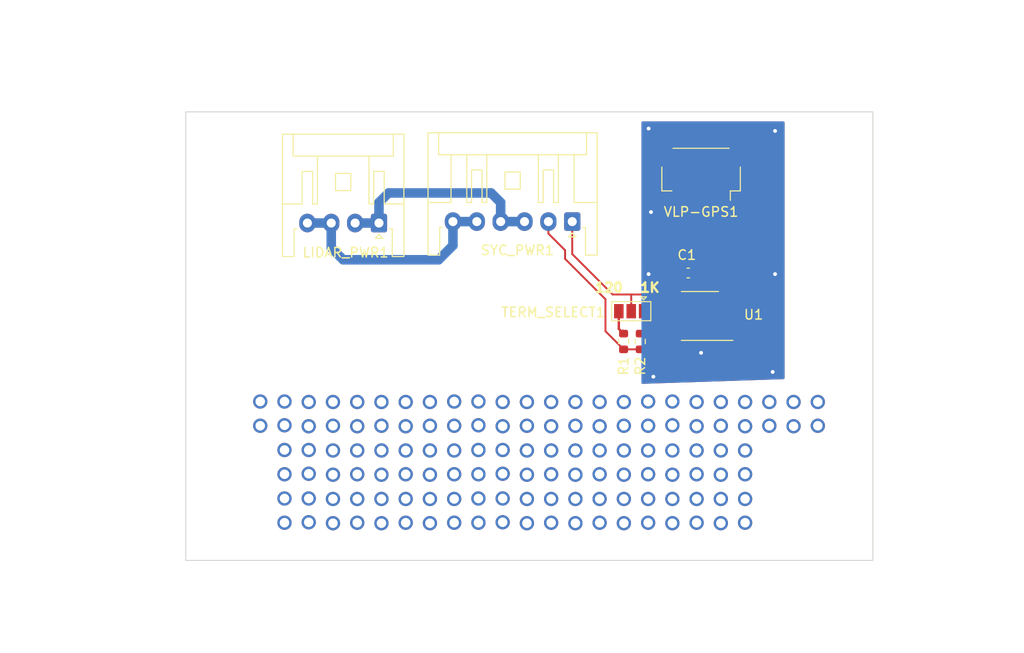
<source format=kicad_pcb>
(kicad_pcb (version 20221018) (generator pcbnew)
  (layers (0 "F.Cu" signal) (31 "B.Cu" signal) (34 "B.Paste" user) (35 "F.Paste" user) (36 "B.SilkS" user "B.Silkscreen") (37 "F.SilkS" user "F.Silkscreen") (38 "B.Mask" user) (39 "F.Mask" user) (44 "Edge.Cuts" user))
  (net 0 "")
  (net 1 "VCC")
  (net 2 "GND1")
  (net 3 "SIGNAL")
  (net 4 "/D+")
  (net 5 "/D-")
  (net 10 "+12V")
  (net 11 "GNDPWR")
  (net 12 "Net-(TERM_SELECT1-B)")
  (net 13 "Net-(TERM_SELECT1-A)")
  (footprint "MountingHole:MountingHole_4.3mm_M4" (layer "F.Cu") (at 235.75 77.5)
    (fp_text reference "REF**" hide)
    (fp_text value "MountingHole_4.3mm_M4")
    (pad "" np_thru_hole circle (at 0 0) (size 4.3 4.3) (drill 4.3) (layers "F&B.Cu" "*.Mask"))
  )
  (footprint "MountingHole:MountingHole_4.3mm_M4" (layer "F.Cu") (at 235.75 118.5)
    (fp_text reference "REF**" hide)
    (fp_text value "MountingHole_4.3mm_M4")
    (pad "" np_thru_hole circle (at 0 0) (size 4.3 4.3) (drill 4.3) (layers "F&B.Cu" "*.Mask"))
  )
  (footprint "Connector_JST:JST_SH_SM06B-SRSS-TB_1x06-1MP_P1.00mm_Horizontal" (layer "F.Cu") (at 220.75 81 180)
    (fp_text reference "VLP-GPS1" (at 0 -3.98) (layer "F.SilkS"))
    (fp_text value "Conn_01x06_Pin")
    (fp_line (start -4.11 -1.785) (end -3.06 -1.785) (stroke (width 0.12)) (layer "F.SilkS"))
    (fp_line (start -4.11 0.715) (end -4.11 -1.785) (stroke (width 0.12)) (layer "F.SilkS"))
    (fp_line (start -3.06 -1.785) (end -3.06 -2.775) (stroke (width 0.12)) (layer "F.SilkS"))
    (fp_line (start -2.94 2.685) (end 2.94 2.685) (stroke (width 0.12)) (layer "F.SilkS"))
    (fp_line (start 4.11 -1.785) (end 3.06 -1.785) (stroke (width 0.12)) (layer "F.SilkS"))
    (fp_line (start 4.11 0.715) (end 4.11 -1.785) (stroke (width 0.12)) (layer "F.SilkS"))
    (pad "1" smd roundrect (at -2.5 -2 180) (size 0.6 1.55) (layers "F.Cu" "F.Paste" "F.Mask") (net 3 "SIGNAL"))
    (pad "2" smd roundrect (at -1.5 -2 180) (size 0.6 1.55) (layers "F.Cu" "F.Paste" "F.Mask") (net 1 "VCC"))
    (pad "3" smd roundrect (at -0.5 -2 180) (size 0.6 1.55) (layers "F.Cu" "F.Paste" "F.Mask") (net 2 "GND1"))
    (pad "4" smd roundrect (at 0.5 -2 180) (size 0.6 1.55) (layers "F.Cu" "F.Paste" "F.Mask"))
    (pad "5" smd roundrect (at 1.5 -2 180) (size 0.6 1.55) (layers "F.Cu" "F.Paste" "F.Mask"))
    (pad "6" smd roundrect (at 2.5 -2 180) (size 0.6 1.55) (layers "F.Cu" "F.Paste" "F.Mask"))
    (pad "MP" smd roundrect (at -3.8 1.875 180) (size 1.2 1.8) (layers "F.Cu" "F.Paste" "F.Mask") (roundrect_rratio 0.208333))
    (pad "MP" smd roundrect (at 3.8 1.875 180) (size 1.2 1.8) (layers "F.Cu" "F.Paste" "F.Mask") (roundrect_rratio 0.208333))
  )
  (footprint "Connector_JST:JST_XA_S04B-XASK-1N-BN_1x04_P2.50mm_Horizontal" (layer "F.Cu") (at 187 86.15 180)
    (fp_text reference "LIDAR_PWR1" (at 3.5 -3.1) (layer "F.SilkS"))
    (fp_text value "Conn_01x04_Male" hide)
    (fp_line (start -2.61 -3.51) (end -2.61 9.31) (stroke (width 0.12)) (layer "F.SilkS"))
    (fp_line (start -2.61 9.31) (end 10.11 9.31) (stroke (width 0.12)) (layer "F.SilkS"))
    (fp_line (start -1.5 7.01) (end 9 7.01) (stroke (width 0.12)) (layer "F.SilkS"))
    (fp_line (start -1.5 9.31) (end -1.5 7.01) (stroke (width 0.12)) (layer "F.SilkS"))
    (fp_line (start -1.39 -3.51) (end -2.61 -3.51) (stroke (width 0.12)) (layer "F.SilkS"))
    (fp_line (start -1.39 -0.61) (end -1.39 -3.51) (stroke (width 0.12)) (layer "F.SilkS"))
    (fp_line (start -1.11 -0.61) (end -1.39 -0.61) (stroke (width 0.12)) (layer "F.SilkS"))
    (fp_line (start -0.55 2) (end -2.61 2) (stroke (width 0.12)) (layer "F.SilkS"))
    (fp_line (start -0.55 5.41) (end -0.55 2) (stroke (width 0.12)) (layer "F.SilkS"))
    (fp_line (start -0.4 -1.6) (end 0.4 -1.6) (stroke (width 0.12)) (layer "F.SilkS"))
    (fp_line (start 0 -1.2) (end -0.4 -1.6) (stroke (width 0.12)) (layer "F.SilkS"))
    (fp_line (start 0.4 -1.6) (end 0 -1.2) (stroke (width 0.12)) (layer "F.SilkS"))
    (fp_line (start 0.55 2) (end 0.55 5.41) (stroke (width 0.12)) (layer "F.SilkS"))
    (fp_line (start 0.55 5.41) (end -0.55 5.41) (stroke (width 0.12)) (layer "F.SilkS"))
    (fp_line (start 1.05 2) (end 0.55 2) (stroke (width 0.12)) (layer "F.SilkS"))
    (fp_line (start 1.05 7.01) (end 1.05 2) (stroke (width 0.12)) (layer "F.SilkS"))
    (fp_line (start 2.95 3.4) (end 4.55 3.4) (stroke (width 0.12)) (layer "F.SilkS"))
    (fp_line (start 2.95 5.2) (end 2.95 3.4) (stroke (width 0.12)) (layer "F.SilkS"))
    (fp_line (start 4.55 3.4) (end 4.55 5.2) (stroke (width 0.12)) (layer "F.SilkS"))
    (fp_line (start 4.55 5.2) (end 2.95 5.2) (stroke (width 0.12)) (layer "F.SilkS"))
    (fp_line (start 6.45 2) (end 6.95 2) (stroke (width 0.12)) (layer "F.SilkS"))
    (fp_line (start 6.45 7.01) (end 6.45 2) (stroke (width 0.12)) (layer "F.SilkS"))
    (fp_line (start 6.95 2) (end 6.95 5.41) (stroke (width 0.12)) (layer "F.SilkS"))
    (fp_line (start 6.95 5.41) (end 8.05 5.41) (stroke (width 0.12)) (layer "F.SilkS"))
    (fp_line (start 8.05 2) (end 10.11 2) (stroke (width 0.12)) (layer "F.SilkS"))
    (fp_line (start 8.05 5.41) (end 8.05 2) (stroke (width 0.12)) (layer "F.SilkS"))
    (fp_line (start 8.89 -3.51) (end 8.89 -0.61) (stroke (width 0.12)) (layer "F.SilkS"))
    (fp_line (start 8.89 -0.61) (end 8.61 -0.61) (stroke (width 0.12)) (layer "F.SilkS"))
    (fp_line (start 9 7.01) (end 9 9.31) (stroke (width 0.12)) (layer "F.SilkS"))
    (fp_line (start 10.11 -3.51) (end 8.89 -3.51) (stroke (width 0.12)) (layer "F.SilkS"))
    (fp_line (start 10.11 9.31) (end 10.11 -3.51) (stroke (width 0.12)) (layer "F.SilkS"))
    (pad "1" thru_hole roundrect (at 0 0 180) (size 1.7 1.95) (drill 0.95) (layers "*.Cu" "*.Mask") (roundrect_rratio 0.147059) (net 11 "GNDPWR"))
    (pad "2" thru_hole oval (at 2.5 0 180) (size 1.7 1.95) (drill 0.95) (layers "*.Cu" "*.Mask") (net 11 "GNDPWR"))
    (pad "3" thru_hole oval (at 5 0 180) (size 1.7 1.95) (drill 0.95) (layers "*.Cu" "*.Mask") (net 10 "+12V"))
    (pad "4" thru_hole oval (at 7.5 0 180) (size 1.7 1.95) (drill 0.95) (layers "*.Cu" "*.Mask") (net 10 "+12V"))
  )
  (footprint "Jumper:SolderJumper-3_P1.3mm_Open_Pad1.0x1.5mm" (layer "F.Cu") (at 213.43 95.385 180)
    (fp_text reference "TERM_SELECT1" (at 8.18 -0.115 180) (layer "F.SilkS"))
    (fp_text value "SolderJumper_3_Open" hide)
    (fp_line (start -2.05 -1) (end 2.05 -1) (stroke (width 0.12)) (layer "F.SilkS"))
    (fp_line (start -2.05 1) (end -2.05 -1) (stroke (width 0.12)) (layer "F.SilkS"))
    (fp_line (start -1.6 1.5) (end -1 1.5) (stroke (width 0.12)) (layer "F.SilkS"))
    (fp_line (start -1.3 1.2) (end -1.6 1.5) (stroke (width 0.12)) (layer "F.SilkS"))
    (fp_line (start -1.3 1.2) (end -1 1.5) (stroke (width 0.12)) (layer "F.SilkS"))
    (fp_line (start 2.05 -1) (end 2.05 1) (stroke (width 0.12)) (layer "F.SilkS"))
    (fp_line (start 2.05 1) (end -2.05 1) (stroke (width 0.12)) (layer "F.SilkS"))
    (pad "1" smd rect (at -1.3 0 180) (size 1 1.5) (layers "F.Cu" "F.Mask") (net 13 "Net-(TERM_SELECT1-A)"))
    (pad "2" smd rect (at 0 0 180) (size 1 1.5) (layers "F.Cu" "F.Mask") (net 4 "/D+"))
    (pad "3" smd rect (at 1.3 0 180) (size 1 1.5) (layers "F.Cu" "F.Mask") (net 12 "Net-(TERM_SELECT1-B)"))
  )
  (footprint "Resistor_SMD:R_0603_1608Metric" (layer "F.Cu") (at 212.63 98.56 90)
    (fp_text reference "R1" (at -2.575 0 90) (layer "F.SilkS"))
    (fp_text value "120")
    (fp_line (start -0.237258 -0.5225) (end 0.237258 -0.5225) (stroke (width 0.12)) (layer "F.SilkS"))
    (fp_line (start -0.237258 0.5225) (end 0.237258 0.5225) (stroke (width 0.12)) (layer "F.SilkS"))
    (pad "1" smd roundrect (at -0.825 0 90) (size 0.8 0.95) (layers "F.Cu" "F.Paste" "F.Mask") (net 5 "/D-"))
    (pad "2" smd roundrect (at 0.825 0 90) (size 0.8 0.95) (layers "F.Cu" "F.Paste" "F.Mask") (net 12 "Net-(TERM_SELECT1-B)"))
  )
  (footprint "Resistor_SMD:R_0603_1608Metric" (layer "F.Cu") (at 214.38 98.56 90)
    (fp_text reference "R2" (at -2.575 0 90) (layer "F.SilkS"))
    (fp_text value "1K")
    (fp_line (start -0.237258 -0.5225) (end 0.237258 -0.5225) (stroke (width 0.12)) (layer "F.SilkS"))
    (fp_line (start -0.237258 0.5225) (end 0.237258 0.5225) (stroke (width 0.12)) (layer "F.SilkS"))
    (pad "1" smd roundrect (at -0.825 0 90) (size 0.8 0.95) (layers "F.Cu" "F.Paste" "F.Mask") (net 5 "/D-"))
    (pad "2" smd roundrect (at 0.825 0 90) (size 0.8 0.95) (layers "F.Cu" "F.Paste" "F.Mask") (net 13 "Net-(TERM_SELECT1-A)"))
  )
  (footprint "Package_SO:SO-8_3.9x4.9mm_P1.27mm" (layer "F.Cu") (at 220.63 95.885 180)
    (fp_text reference "U1" (at -5.62 0.135) (layer "F.SilkS"))
    (fp_text value "LTC1485")
    (fp_line (start 0 -2.56) (end -3.45 -2.56) (stroke (width 0.12)) (layer "F.SilkS"))
    (fp_line (start 0 -2.56) (end 1.95 -2.56) (stroke (width 0.12)) (layer "F.SilkS"))
    (fp_line (start 0 2.56) (end -1.95 2.56) (stroke (width 0.12)) (layer "F.SilkS"))
    (fp_line (start 0 2.56) (end 1.95 2.56) (stroke (width 0.12)) (layer "F.SilkS"))
    (pad "1" smd roundrect (at -2.575 -1.905 180) (size 1.75 0.6) (layers "F.Cu" "F.Paste" "F.Mask"))
    (pad "2" smd roundrect (at -2.575 -0.635 180) (size 1.75 0.6) (layers "F.Cu" "F.Paste" "F.Mask") (net 1 "VCC"))
    (pad "3" smd roundrect (at -2.575 0.635 180) (size 1.75 0.6) (layers "F.Cu" "F.Paste" "F.Mask") (net 1 "VCC"))
    (pad "4" smd roundrect (at -2.575 1.905 180) (size 1.75 0.6) (layers "F.Cu" "F.Paste" "F.Mask") (net 3 "SIGNAL"))
    (pad "5" smd roundrect (at 2.575 1.905 180) (size 1.75 0.6) (layers "F.Cu" "F.Paste" "F.Mask") (net 2 "GND1"))
    (pad "6" smd roundrect (at 2.575 0.635 180) (size 1.75 0.6) (layers "F.Cu" "F.Paste" "F.Mask") (net 4 "/D+"))
    (pad "7" smd roundrect (at 2.575 -0.635 180) (size 1.75 0.6) (layers "F.Cu" "F.Paste" "F.Mask") (net 5 "/D-"))
    (pad "8" smd roundrect (at 2.575 -1.905 180) (size 1.75 0.6) (layers "F.Cu" "F.Paste" "F.Mask") (net 1 "VCC"))
  )
  (footprint "Capacitor_SMD:C_0603_1608Metric" (layer "F.Cu") (at 219.405 91.385 180)
    (fp_text reference "C1" (at 0.155 1.885 180) (layer "F.SilkS"))
    (fp_text value "0.1u")
    (fp_line (start -0.14058 -0.51) (end 0.14058 -0.51) (stroke (width 0.12)) (layer "F.SilkS"))
    (fp_line (start -0.14058 0.51) (end 0.14058 0.51) (stroke (width 0.12)) (layer "F.SilkS"))
    (pad "1" smd roundrect (at -0.775 0 180) (size 0.9 0.95) (layers "F.Cu" "F.Paste" "F.Mask") (net 1 "VCC"))
    (pad "2" smd roundrect (at 0.775 0 180) (size 0.9 0.95) (layers "F.Cu" "F.Paste" "F.Mask") (net 2 "GND1"))
  )
  (footprint "Connector_JST:JST_XA_S06B-XASK-1N-BN_1x06_P2.50mm_Horizontal" (layer "F.Cu") (at 207.25 86 180)
    (fp_text reference "SYC_PWR1" (at 5.75 -3) (layer "F.SilkS"))
    (fp_text value "Conn_01x06_Pin" hide)
    (fp_line (start -2.61 -3.51) (end -2.61 9.31) (stroke (width 0.12)) (layer "F.SilkS"))
    (fp_line (start -2.61 9.31) (end 15.11 9.31) (stroke (width 0.12)) (layer "F.SilkS"))
    (fp_line (start -1.5 7.01) (end 14 7.01) (stroke (width 0.12)) (layer "F.SilkS"))
    (fp_line (start -1.5 9.31) (end -1.5 7.01) (stroke (width 0.12)) (layer "F.SilkS"))
    (fp_line (start -1.39 -3.51) (end -2.61 -3.51) (stroke (width 0.12)) (layer "F.SilkS"))
    (fp_line (start -1.39 -0.61) (end -1.39 -3.51) (stroke (width 0.12)) (layer "F.SilkS"))
    (fp_line (start -1.11 -0.61) (end -1.39 -0.61) (stroke (width 0.12)) (layer "F.SilkS"))
    (fp_line (start -0.4 -1.6) (end 0.4 -1.6) (stroke (width 0.12)) (layer "F.SilkS"))
    (fp_line (start -0.2 2) (end -2.61 2) (stroke (width 0.12)) (layer "F.SilkS"))
    (fp_line (start -0.2 7.01) (end -0.2 2) (stroke (width 0.12)) (layer "F.SilkS"))
    (fp_line (start 0 -1.2) (end -0.4 -1.6) (stroke (width 0.12)) (layer "F.SilkS"))
    (fp_line (start 0.4 -1.6) (end 0 -1.2) (stroke (width 0.12)) (layer "F.SilkS"))
    (fp_line (start 1.45 2) (end 1.45 7.01) (stroke (width 0.12)) (layer "F.SilkS"))
    (fp_line (start 1.95 2) (end 1.45 2) (stroke (width 0.12)) (layer "F.SilkS"))
    (fp_line (start 1.95 5.41) (end 1.95 2) (stroke (width 0.12)) (layer "F.SilkS"))
    (fp_line (start 3.05 2) (end 3.05 5.41) (stroke (width 0.12)) (layer "F.SilkS"))
    (fp_line (start 3.05 5.41) (end 1.95 5.41) (stroke (width 0.12)) (layer "F.SilkS"))
    (fp_line (start 3.55 2) (end 3.05 2) (stroke (width 0.12)) (layer "F.SilkS"))
    (fp_line (start 3.55 7.01) (end 3.55 2) (stroke (width 0.12)) (layer "F.SilkS"))
    (fp_line (start 5.45 3.4) (end 7.05 3.4) (stroke (width 0.12)) (layer "F.SilkS"))
    (fp_line (start 5.45 5.2) (end 5.45 3.4) (stroke (width 0.12)) (layer "F.SilkS"))
    (fp_line (start 7.05 3.4) (end 7.05 5.2) (stroke (width 0.12)) (layer "F.SilkS"))
    (fp_line (start 7.05 5.2) (end 5.45 5.2) (stroke (width 0.12)) (layer "F.SilkS"))
    (fp_line (start 8.95 2) (end 9.45 2) (stroke (width 0.12)) (layer "F.SilkS"))
    (fp_line (start 8.95 7.01) (end 8.95 2) (stroke (width 0.12)) (layer "F.SilkS"))
    (fp_line (start 9.45 2) (end 9.45 5.41) (stroke (width 0.12)) (layer "F.SilkS"))
    (fp_line (start 9.45 5.41) (end 10.55 5.41) (stroke (width 0.12)) (layer "F.SilkS"))
    (fp_line (start 10.55 2) (end 11.05 2) (stroke (width 0.12)) (layer "F.SilkS"))
    (fp_line (start 10.55 5.41) (end 10.55 2) (stroke (width 0.12)) (layer "F.SilkS"))
    (fp_line (start 11.05 2) (end 11.05 7.01) (stroke (width 0.12)) (layer "F.SilkS"))
    (fp_line (start 12.7 2) (end 15.11 2) (stroke (width 0.12)) (layer "F.SilkS"))
    (fp_line (start 12.7 7.01) (end 12.7 2) (stroke (width 0.12)) (layer "F.SilkS"))
    (fp_line (start 13.89 -3.51) (end 13.89 -0.61) (stroke (width 0.12)) (layer "F.SilkS"))
    (fp_line (start 13.89 -0.61) (end 13.61 -0.61) (stroke (width 0.12)) (layer "F.SilkS"))
    (fp_line (start 14 7.01) (end 14 9.31) (stroke (width 0.12)) (layer "F.SilkS"))
    (fp_line (start 15.11 -3.51) (end 13.89 -3.51) (stroke (width 0.12)) (layer "F.SilkS"))
    (fp_line (start 15.11 9.31) (end 15.11 -3.51) (stroke (width 0.12)) (layer "F.SilkS"))
    (pad "1" thru_hole roundrect (at 0 0 180) (size 1.7 1.95) (drill 0.95) (layers "*.Cu" "*.Mask") (roundrect_rratio 0.147059) (net 4 "/D+"))
    (pad "2" thru_hole oval (at 2.5 0 180) (size 1.7 1.95) (drill 0.95) (layers "*.Cu" "*.Mask") (net 5 "/D-"))
    (pad "3" thru_hole oval (at 5 0 180) (size 1.7 1.95) (drill 0.95) (layers "*.Cu" "*.Mask") (net 11 "GNDPWR"))
    (pad "4" thru_hole oval (at 7.5 0 180) (size 1.7 1.95) (drill 0.95) (layers "*.Cu" "*.Mask") (net 11 "GNDPWR"))
    (pad "5" thru_hole oval (at 10 0 180) (size 1.7 1.95) (drill 0.95) (layers "*.Cu" "*.Mask") (net 10 "+12V"))
    (pad "6" thru_hole oval (at 12.5 0 180) (size 1.7 1.95) (drill 0.95) (layers "*.Cu" "*.Mask") (net 10 "+12V"))
  )
  (footprint "MountingHole:MountingHole_4.3mm_M4" (layer "F.Cu") (at 169.75 77.5)
    (fp_text reference "REF**" hide)
    (fp_text value "MountingHole_4.3mm_M4")
    (pad "" np_thru_hole circle (at 0 0) (size 4.3 4.3) (drill 4.3) (layers "F&B.Cu" "*.Mask"))
  )
  (footprint "MountingHole:MountingHole_4.3mm_M4" (layer "F.Cu") (at 169.75 118.5)
    (fp_text reference "REF**" hide)
    (fp_text value "MountingHole_4.3mm_M4")
    (pad "" np_thru_hole circle (at 0 0) (size 4.3 4.3) (drill 4.3) (layers "F&B.Cu" "*.Mask"))
  )
  (gr_rect (start 166.75 74.5) (end 238.75 121.5) (stroke (width 0.1)) (fill none) (layer "Edge.Cuts"))
  (gr_text "1K" (at 214.25 93.5) (layer "F.SilkS") (effects (font (size 1 1) (thickness 0.25) bold) (justify left bottom)))
  (gr_text "120" (at 209.5 93.5) (layer "F.SilkS") (effects (font (size 1 1) (thickness 0.25) bold) (justify left bottom)))
  (via (at 194.88 115.06) (size 1.5) (drill 1) (layers "F.Cu" "B.Cu") (net 0))
  (via (at 179.64 112.42) (size 1.5) (drill 1) (layers "F.Cu" "B.Cu") (net 0))
  (via (at 194.88 117.55) (size 1.5) (drill 1) (layers "F.Cu" "B.Cu") (net 0))
  (via (at 202.5 109.98) (size 1.5) (drill 1) (layers "F.Cu" "B.Cu") (net 0))
  (via (at 182.18 117.6) (size 1.5) (drill 1) (layers "F.Cu" "B.Cu") (net 0))
  (via (at 205.04 112.47) (size 1.5) (drill 1) (layers "F.Cu" "B.Cu") (net 0))
  (via (at 197.42 104.85) (size 1.5) (drill 1) (layers "F.Cu" "B.Cu") (net 0))
  (via (at 189.8 107.44) (size 1.5) (drill 1) (layers "F.Cu" "B.Cu") (net 0))
  (via (at 189.8 117.55) (size 1.5) (drill 1) (layers "F.Cu" "B.Cu") (net 0))
  (via (at 215.2 112.47) (size 1.5) (drill 1) (layers "F.Cu" "B.Cu") (net 0))
  (via (at 212.66 115.06) (size 1.5) (drill 1) (layers "F.Cu" "B.Cu") (net 0))
  (via (at 199.96 112.42) (size 1.5) (drill 1) (layers "F.Cu" "B.Cu") (net 0))
  (via (at 232.98 107.39) (size 1.5) (drill 1) (layers "F.Cu" "B.Cu") (net 0))
  (via (at 205.04 117.55) (size 1.5) (drill 1) (layers "F.Cu" "B.Cu") (net 0))
  (via (at 222.82 112.52) (size 1.5) (drill 1) (layers "F.Cu" "B.Cu") (net 0))
  (via (at 189.8 112.47) (size 1.5) (drill 1) (layers "F.Cu" "B.Cu") (net 0))
  (via (at 220.28 112.47) (size 1.5) (drill 1) (layers "F.Cu" "B.Cu") (net 0))
  (via (at 225.36 104.9) (size 1.5) (drill 1) (layers "F.Cu" "B.Cu") (net 0))
  (via (at 179.64 115.01) (size 1.5) (drill 1) (layers "F.Cu" "B.Cu") (net 0))
  (via (at 212.66 117.6) (size 1.5) (drill 1) (layers "F.Cu" "B.Cu") (net 0))
  (via (at 222.82 107.39) (size 1.5) (drill 1) (layers "F.Cu" "B.Cu") (net 0))
  (via (at 189.8 109.98) (size 1.5) (drill 1) (layers "F.Cu" "B.Cu") (net 0))
  (via (at 182.18 112.52) (size 1.5) (drill 1) (layers "F.Cu" "B.Cu") (net 0))
  (via (at 187.26 107.39) (size 1.5) (drill 1) (layers "F.Cu" "B.Cu") (net 0))
  (via (at 205.04 115.06) (size 1.5) (drill 1) (layers "F.Cu" "B.Cu") (net 0))
  (via (at 222.82 109.98) (size 1.5) (drill 1) (layers "F.Cu" "B.Cu") (net 0))
  (via (at 207.58 104.9) (size 1.5) (drill 1) (layers "F.Cu" "B.Cu") (net 0))
  (via (at 220.28 115.06) (size 1.5) (drill 1) (layers "F.Cu" "B.Cu") (net 0))
  (via (at 187.26 115.06) (size 1.5) (drill 1) (layers "F.Cu" "B.Cu") (net 0))
  (via (at 194.88 109.98) (size 1.5) (drill 1) (layers "F.Cu" "B.Cu") (net 0))
  (via (at 225.36 112.47) (size 1.5) (drill 1) (layers "F.Cu" "B.Cu") (net 0))
  (via (at 210.12 117.55) (size 1.5) (drill 1) (layers "F.Cu" "B.Cu") (net 0))
  (via (at 202.5 117.6) (size 1.5) (drill 1) (layers "F.Cu" "B.Cu") (net 0))
  (via (at 215.2 107.39) (size 1.5) (drill 1) (layers "F.Cu" "B.Cu") (net 0))
  (via (at 197.42 109.93) (size 1.5) (drill 1) (layers "F.Cu" "B.Cu") (net 0))
  (via (at 177.1 112.47) (size 1.5) (drill 1) (layers "F.Cu" "B.Cu") (net 0))
  (via (at 174.56 107.39) (size 1.5) (drill 1) (layers "F.Cu" "B.Cu") (net 0))
  (via (at 202.5 107.39) (size 1.5) (drill 1) (layers "F.Cu" "B.Cu") (net 0))
  (via (at 184.72 115.06) (size 1.5) (drill 1) (layers "F.Cu" "B.Cu") (net 0))
  (via (at 232.98 104.9) (size 1.5) (drill 1) (layers "F.Cu" "B.Cu") (net 0))
  (via (at 205.04 109.98) (size 1.5) (drill 1) (layers "F.Cu" "B.Cu") (net 0))
  (via (at 202.5 104.9) (size 1.5) (drill 1) (layers "F.Cu" "B.Cu") (net 0))
  (via (at 220.28 109.98) (size 1.5) (drill 1) (layers "F.Cu" "B.Cu") (net 0))
  (via (at 184.72 117.55) (size 1.5) (drill 1) (layers "F.Cu" "B.Cu") (net 0))
  (via (at 215.2 109.98) (size 1.5) (drill 1) (layers "F.Cu" "B.Cu") (net 0))
  (via (at 177.1 107.34) (size 1.5) (drill 1) (layers "F.Cu" "B.Cu") (net 0))
  (via (at 177.1 115.01) (size 1.5) (drill 1) (layers "F.Cu" "B.Cu") (net 0))
  (via (at 207.58 115.06) (size 1.5) (drill 1) (layers "F.Cu" "B.Cu") (net 0))
  (via (at 192.34 107.39) (size 1.5) (drill 1) (layers "F.Cu" "B.Cu") (net 0))
  (via (at 197.42 115.01) (size 1.5) (drill 1) (layers "F.Cu" "B.Cu") (net 0))
  (via (at 225.36 117.55) (size 1.5) (drill 1) (layers "F.Cu" "B.Cu") (net 0))
  (via (at 215.2 115.06) (size 1.5) (drill 1) (layers "F.Cu" "B.Cu") (net 0))
  (via (at 225.36 115.06) (size 1.5) (drill 1) (layers "F.Cu" "B.Cu") (net 0))
  (via (at 212.66 109.98) (size 1.5) (drill 1) (layers "F.Cu" "B.Cu") (net 0))
  (via (at 215.2 104.85) (size 1.5) (drill 1) (layers "F.Cu" "B.Cu") (net 0))
  (via (at 182.18 115.06) (size 1.5) (drill 1) (layers "F.Cu" "B.Cu") (net 0))
  (via (at 192.34 109.98) (size 1.5) (drill 1) (layers "F.Cu" "B.Cu") (net 0))
  (via (at 177.1 117.55) (size 1.5) (drill 1) (layers "F.Cu" "B.Cu") (net 0))
  (via (at 202.5 112.52) (size 1.5) (drill 1) (layers "F.Cu" "B.Cu") (net 0))
  (via (at 179.64 117.5) (size 1.5) (drill 1) (layers "F.Cu" "B.Cu") (net 0))
  (via (at 182.18 107.39) (size 1.5) (drill 1) (layers "F.Cu" "B.Cu") (net 0))
  (via (at 184.72 112.47) (size 1.5) (drill 1) (layers "F.Cu" "B.Cu") (net 0))
  (via (at 179.64 104.9) (size 1.5) (drill 1) (layers "F.Cu" "B.Cu") (net 0))
  (via (at 192.34 117.6) (size 1.5) (drill 1) (layers "F.Cu" "B.Cu") (net 0))
  (via (at 210.12 107.44) (size 1.5) (drill 1) (layers "F.Cu" "B.Cu") (net 0))
  (via (at 230.44 104.9) (size 1.5) (drill 1) (layers "F.Cu" "B.Cu") (net 0))
  (via (at 227.9 104.9) (size 1.5) (drill 1) (layers "F.Cu" "B.Cu") (net 0))
  (via (at 194.88 104.85) (size 1.5) (drill 1) (layers "F.Cu" "B.Cu") (net 0))
  (via (at 194.88 112.47) (size 1.5) (drill 1) (layers "F.Cu" "B.Cu") (net 0))
  (via (at 179.64 109.93) (size 1.5) (drill 1) (layers "F.Cu" "B.Cu") (net 0))
  (via (at 189.8 104.9) (size 1.5) (drill 1) (layers "F.Cu" "B.Cu") (net 0))
  (via (at 230.44 107.44) (size 1.5) (drill 1) (layers "F.Cu" "B.Cu") (net 0))
  (via (at 207.58 112.52) (size 1.5) (drill 1) (layers "F.Cu" "B.Cu") (net 0))
  (via (at 179.64 107.44) (size 1.5) (drill 1) (layers "F.Cu" "B.Cu") (net 0))
  (via (at 210.12 112.47) (size 1.5) (drill 1) (layers "F.Cu" "B.Cu") (net 0))
  (via (at 220.28 117.55) (size 1.5) (drill 1) (layers "F.Cu" "B.Cu") (net 0))
  (via (at 222.82 104.9) (size 1.5) (drill 1) (layers "F.Cu" "B.Cu") (net 0))
  (via (at 184.72 107.44) (size 1.5) (drill 1) (layers "F.Cu" "B.Cu") (net 0))
  (via (at 199.96 115.01) (size 1.5) (drill 1) (layers "F.Cu" "B.Cu") (net 0))
  (via (at 207.58 109.98) (size 1.5) (drill 1) (layers "F.Cu" "B.Cu") (net 0))
  (via (at 217.74 115.06) (size 1.5) (drill 1) (layers "F.Cu" "B.Cu") (net 0))
  (via (at 225.36 107.44) (size 1.5) (drill 1) (layers "F.Cu" "B.Cu") (net 0))
  (via (at 207.58 117.6) (size 1.5) (drill 1) (layers "F.Cu" "B.Cu") (net 0))
  (via (at 184.72 109.98) (size 1.5) (drill 1) (layers "F.Cu" "B.Cu") (net 0))
  (via (at 192.34 104.9) (size 1.5) (drill 1) (layers "F.Cu" "B.Cu") (net 0))
  (via (at 187.26 112.52) (size 1.5) (drill 1) (layers "F.Cu" "B.Cu") (net 0))
  (via (at 212.66 104.9) (size 1.5) (drill 1) (layers "F.Cu" "B.Cu") (net 0))
  (via (at 222.82 117.6) (size 1.5) (drill 1) (layers "F.Cu" "B.Cu") (net 0))
  (via (at 217.74 107.34) (size 1.5) (drill 1) (layers "F.Cu" "B.Cu") (net 0))
  (via (at 210.12 104.9) (size 1.5) (drill 1) (layers "F.Cu" "B.Cu") (net 0))
  (via (at 222.82 115.06) (size 1.5) (drill 1) (layers "F.Cu" "B.Cu") (net 0))
  (via (at 227.9 107.39) (size 1.5) (drill 1) (layers "F.Cu" "B.Cu") (net 0))
  (via (at 199.96 104.9) (size 1.5) (drill 1) (layers "F.Cu" "B.Cu") (net 0))
  (via (at 217.74 117.6) (size 1.5) (drill 1) (layers "F.Cu" "B.Cu") (net 0))
  (via (at 212.66 112.52) (size 1.5) (drill 1) (layers "F.Cu" "B.Cu") (net 0))
  (via (at 217.74 104.85) (size 1.5) (drill 1) (layers "F.Cu" "B.Cu") (net 0))
  (via (at 207.58 107.39) (size 1.5) (drill 1) (layers "F.Cu" "B.Cu") (net 0))
  (via (at 220.28 107.44) (size 1.5) (drill 1) (layers "F.Cu" "B.Cu") (net 0))
  (via (at 194.88 107.39) (size 1.5) (drill 1) (layers "F.Cu" "B.Cu") (net 0))
  (via (at 215.2 117.55) (size 1.5) (drill 1) (layers "F.Cu" "B.Cu") (net 0))
  (via (at 197.42 112.47) (size 1.5) (drill 1) (layers "F.Cu" "B.Cu") (net 0))
  (via (at 197.42 107.34) (size 1.5) (drill 1) (layers "F.Cu" "B.Cu") (net 0))
  (via (at 199.96 107.44) (size 1.5) (drill 1) (layers "F.Cu" "B.Cu") (net 0))
  (via (at 217.74 109.98) (size 1.5) (drill 1) (layers "F.Cu" "B.Cu") (net 0))
  (via (at 199.96 109.93) (size 1.5) (drill 1) (layers "F.Cu" "B.Cu") (net 0))
  (via (at 225.36 109.98) (size 1.5) (drill 1) (layers "F.Cu" "B.Cu") (net 0))
  (via (at 177.1 109.93) (size 1.5) (drill 1) (layers "F.Cu" "B.Cu") (net 0))
  (via (at 182.18 109.98) (size 1.5) (drill 1) (layers "F.Cu" "B.Cu") (net 0))
  (via (at 210.12 109.98) (size 1.5) (drill 1) (layers "F.Cu" "B.Cu") (net 0))
  (via (at 177.1 104.85) (size 1.5) (drill 1) (layers "F.Cu" "B.Cu") (net 0))
  (via (at 174.56 104.85) (size 1.5) (drill 1) (layers "F.Cu" "B.Cu") (net 0))
  (via (at 187.26 109.98) (size 1.5) (drill 1) (layers "F.Cu" "B.Cu") (net 0))
  (via (at 199.96 117.5) (size 1.5) (drill 1) (layers "F.Cu" "B.Cu") (net 0))
  (via (at 189.8 115.06) (size 1.5) (drill 1) (layers "F.Cu" "B.Cu") (net 0))
  (via (at 220.28 104.9) (size 1.5) (drill 1) (layers "F.Cu" "B.Cu") (net 0))
  (via (at 210.12 115.06) (size 1.5) (drill 1) (layers "F.Cu" "B.Cu") (net 0))
  (via (at 212.66 107.39) (size 1.5) (drill 1) (layers "F.Cu" "B.Cu") (net 0))
  (via (at 192.34 115.06) (size 1.5) (drill 1) (layers "F.Cu" "B.Cu") (net 0))
  (via (at 187.26 104.9) (size 1.5) (drill 1) (layers "F.Cu" "B.Cu") (net 0))
  (via (at 192.34 112.52) (size 1.5) (drill 1) (layers "F.Cu" "B.Cu") (net 0))
  (via (at 205.04 107.44) (size 1.5) (drill 1) (layers "F.Cu" "B.Cu") (net 0))
  (via (at 187.26 117.6) (size 1.5) (drill 1) (layers "F.Cu" "B.Cu") (net 0))
  (via (at 205.04 104.9) (size 1.5) (drill 1) (layers "F.Cu" "B.Cu") (net 0))
  (via (at 184.72 104.9) (size 1.5) (drill 1) (layers "F.Cu" "B.Cu") (net 0))
  (via (at 197.42 117.55) (size 1.5) (drill 1) (layers "F.Cu" "B.Cu") (net 0))
  (via (at 202.5 115.06) (size 1.5) (drill 1) (layers "F.Cu" "B.Cu") (net 0))
  (via (at 217.74 112.52) (size 1.5) (drill 1) (layers "F.Cu" "B.Cu") (net 0))
  (via (at 182.18 104.9) (size 1.5) (drill 1) (layers "F.Cu" "B.Cu") (net 0))
  (segment (start 220.18 91.385) (end 219.5 92.065) (width 0.25) (layer "F.Cu") (net 1))
  (segment (start 222.25 88.25) (end 222.25 83) (width 0.25) (layer "F.Cu") (net 1))
  (segment (start 218.71 97.79) (end 218.055 97.79) (width 0.25) (layer "F.Cu") (net 1))
  (segment (start 223.205 96.52) (end 219.52 96.52) (width 0.25) (layer "F.Cu") (net 1))
  (segment (start 220.18 91.385) (end 220.18 90.32) (width 0.25) (layer "F.Cu") (net 1))
  (segment (start 219.5 92.065) (end 219.5 95.25) (width 0.25) (layer "F.Cu") (net 1))
  (segment (start 219.5 96.5) (end 219.5 97) (width 0.25) (layer "F.Cu") (net 1))
  (segment (start 223.205 95.25) (end 219.5 95.25) (width 0.25) (layer "F.Cu") (net 1))
  (segment (start 219.5 95.25) (end 219.5 96.5) (width 0.25) (layer "F.Cu") (net 1))
  (segment (start 219.52 96.52) (end 219.5 96.5) (width 0.25) (layer "F.Cu") (net 1))
  (segment (start 220.18 90.32) (end 222.25 88.25) (width 0.25) (layer "F.Cu") (net 1))
  (segment (start 219.5 97) (end 218.71 97.79) (width 0.25) (layer "F.Cu") (net 1))
  (segment (start 218.63 90.37) (end 218.63 91.385) (width 0.25) (layer "F.Cu") (net 2))
  (segment (start 218.055 91.96) (end 218.63 91.385) (width 0.25) (layer "F.Cu") (net 2))
  (segment (start 221.25 83) (end 221.25 87.75) (width 0.25) (layer "F.Cu") (net 2))
  (segment (start 221.25 87.75) (end 218.63 90.37) (width 0.25) (layer "F.Cu") (net 2))
  (segment (start 218.055 93.98) (end 218.055 91.96) (width 0.25) (layer "F.Cu") (net 2))
  (via (at 228.5 76.5) (size 0.8) (drill 0.4) (layers "F.Cu" "B.Cu") (net 2))
  (via (at 220.75 99.75) (size 0.8) (drill 0.4) (layers "F.Cu" "B.Cu") (net 2))
  (via (at 228.25 101.75) (size 0.8) (drill 0.4) (layers "F.Cu" "B.Cu") (net 2))
  (via (at 215.75 102.25) (size 0.8) (drill 0.4) (layers "F.Cu" "B.Cu") (net 2))
  (via (at 215.5 85) (size 0.8) (drill 0.4) (layers "F.Cu" "B.Cu") (net 2))
  (via (at 215.25 91.5) (size 0.8) (drill 0.4) (layers "F.Cu" "B.Cu") (net 2))
  (via (at 215.25 76.25) (size 0.8) (drill 0.4) (layers "F.Cu" "B.Cu") (net 2))
  (via (at 228.5 91.5) (size 0.8) (drill 0.4) (layers "F.Cu" "B.Cu") (net 2))
  (segment (start 223.25 83) (end 223.25 92.115) (width 0.25) (layer "F.Cu") (net 3))
  (segment (start 223.25 92.115) (end 223.205 92.16) (width 0.25) (layer "F.Cu") (net 3))
  (segment (start 223.205 92.16) (end 223.205 93.98) (width 0.25) (layer "F.Cu") (net 3))
  (segment (start 215.73 93.635) (end 213.43 93.635) (width 0.2) (layer "F.Cu") (net 4))
  (segment (start 207.25 86) (end 207.25 89.405) (width 0.2) (layer "F.Cu") (net 4))
  (segment (start 216.845 95.25) (end 216.23 94.635) (width 0.2) (layer "F.Cu") (net 4))
  (segment (start 207.25 86) (end 207.5 86.25) (width 0.2) (layer "F.Cu") (net 4))
  (segment (start 218.055 95.25) (end 216.845 95.25) (width 0.2) (layer "F.Cu") (net 4))
  (segment (start 213.43 93.635) (end 213.43 95.385) (width 0.2) (layer "F.Cu") (net 4))
  (segment (start 207.25 89.405) (end 211.48 93.635) (width 0.2) (layer "F.Cu") (net 4))
  (segment (start 211.48 93.635) (end 213.43 93.635) (width 0.2) (layer "F.Cu") (net 4))
  (segment (start 216.23 94.635) (end 216.23 94.135) (width 0.2) (layer "F.Cu") (net 4))
  (segment (start 216.23 94.135) (end 215.73 93.635) (width 0.2) (layer "F.Cu") (net 4))
  (segment (start 212.63 99.385) (end 210.73 97.485) (width 0.2) (layer "F.Cu") (net 5))
  (segment (start 204.75 87.25) (end 204.75 86) (width 0.2) (layer "F.Cu") (net 5))
  (segment (start 206.5 89) (end 204.75 87.25) (width 0.2) (layer "F.Cu") (net 5))
  (segment (start 215.13 99.385) (end 214.38 99.385) (width 0.2) (layer "F.Cu") (net 5))
  (segment (start 216.745 96.52) (end 216.13 97.135) (width 0.2) (layer "F.Cu") (net 5))
  (segment (start 212.63 99.385) (end 214.38 99.385) (width 0.2) (layer "F.Cu") (net 5))
  (segment (start 210.73 97.485) (end 210.73 94.135) (width 0.2) (layer "F.Cu") (net 5))
  (segment (start 216.13 97.135) (end 216.13 98.385) (width 0.2) (layer "F.Cu") (net 5))
  (segment (start 216.13 98.385) (end 215.13 99.385) (width 0.2) (layer "F.Cu") (net 5))
  (segment (start 210.73 94.135) (end 206.5 89.905) (width 0.2) (layer "F.Cu") (net 5))
  (segment (start 206.5 89.905) (end 206.5 89) (width 0.2) (layer "F.Cu") (net 5))
  (segment (start 218.055 96.52) (end 216.745 96.52) (width 0.2) (layer "F.Cu") (net 5))
  (segment (start 182 88.75) (end 182 86.15) (width 1) (layer "B.Cu") (net 10))
  (segment (start 183.25 90) (end 182 88.75) (width 1) (layer "B.Cu") (net 10))
  (segment (start 197.25 86) (end 194.75 86) (width 1) (layer "B.Cu") (net 10))
  (segment (start 194.75 88.5) (end 193.25 90) (width 1) (layer "B.Cu") (net 10))
  (segment (start 194.75 86) (end 194.75 88.5) (width 1) (layer "B.Cu") (net 10))
  (segment (start 193.25 90) (end 183.25 90) (width 1) (layer "B.Cu") (net 10))
  (segment (start 179.5 86.15) (end 182 86.15) (width 1) (layer "B.Cu") (net 10))
  (segment (start 198.75 83) (end 188 83) (width 1) (layer "B.Cu") (net 11))
  (segment (start 188 83) (end 187 84) (width 1) (layer "B.Cu") (net 11))
  (segment (start 202.25 86) (end 199.75 86) (width 1) (layer "B.Cu") (net 11))
  (segment (start 199.75 84) (end 198.75 83) (width 1) (layer "B.Cu") (net 11))
  (segment (start 184.5 86.15) (end 187 86.15) (width 1) (layer "B.Cu") (net 11))
  (segment (start 187 84) (end 187 86.15) (width 1) (layer "B.Cu") (net 11))
  (segment (start 199.75 86) (end 199.75 84) (width 1) (layer "B.Cu") (net 11))
  (segment (start 212.58 97.435) (end 212.88 97.735) (width 0.25) (layer "F.Cu") (net 12))
  (segment (start 212.13 97.235) (end 212.63 97.735) (width 0.25) (layer "F.Cu") (net 12))
  (segment (start 212.13 97.235) (end 212.13 95.385) (width 0.25) (layer "F.Cu") (net 12))
  (segment (start 214.73 97.385) (end 214.38 97.735) (width 0.25) (layer "F.Cu") (net 13))
  (segment (start 214.73 95.385) (end 214.73 97.385) (width 0.25) (layer "F.Cu") (net 13))
  (zone (net 2) (net_name "GND1") (layers "F&B.Cu") (connect_pads (clearance 0.5)) (min_thickness 0.25) (fill yes (thermal_gap 0.5) (thermal_bridge_width 0.5))
    (polygon (pts (xy 214.5 75.5) (xy 229.5 75.5) (xy 229.5 102.5) (xy 214.5 103)))
  )
)
</source>
